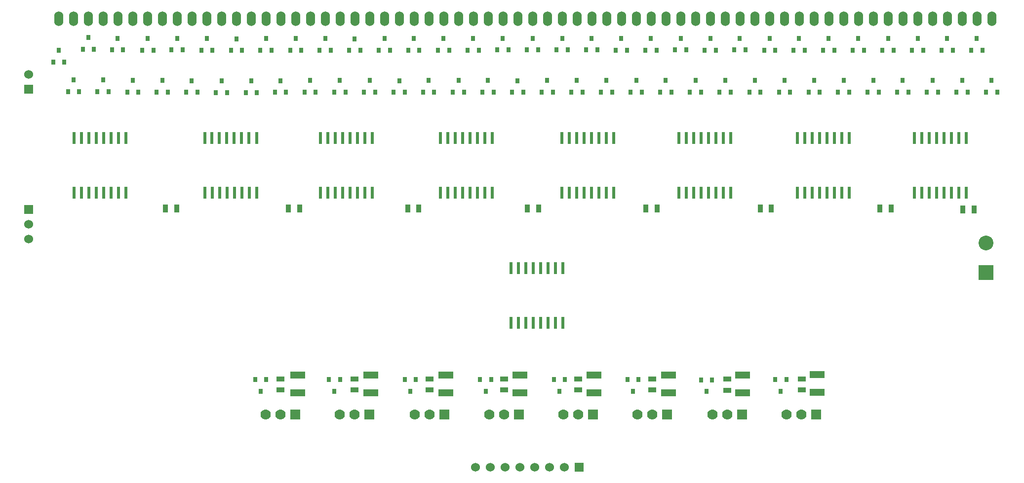
<source format=gbs>
G04 (created by PCBNEW (2013-07-07 BZR 4022)-stable) date 07/01/2016 19:49:46*
%MOIN*%
G04 Gerber Fmt 3.4, Leading zero omitted, Abs format*
%FSLAX34Y34*%
G01*
G70*
G90*
G04 APERTURE LIST*
%ADD10C,0.00590551*%
%ADD11R,0.023622X0.0787402*%
%ADD12R,0.0314961X0.0354331*%
%ADD13R,0.06X0.06*%
%ADD14C,0.06*%
%ADD15O,0.06X0.1*%
%ADD16R,0.1X0.05*%
%ADD17C,0.07*%
%ADD18R,0.07X0.07*%
%ADD19R,0.035X0.055*%
%ADD20R,0.055X0.035*%
%ADD21R,0.1X0.1*%
%ADD22C,0.1*%
G04 APERTURE END LIST*
G54D10*
G54D11*
X66588Y-41359D03*
X66092Y-41359D03*
X67088Y-41359D03*
X67588Y-41359D03*
X68088Y-41359D03*
X68588Y-41359D03*
X69088Y-41359D03*
X69592Y-41359D03*
X69592Y-45060D03*
X69092Y-45060D03*
X68592Y-45060D03*
X68092Y-45060D03*
X67592Y-45060D03*
X67092Y-45060D03*
X66592Y-45060D03*
X66092Y-45060D03*
G54D12*
X71060Y-34616D03*
X70685Y-35403D03*
X71434Y-35403D03*
X66050Y-37416D03*
X65675Y-38203D03*
X66424Y-38203D03*
X67050Y-34546D03*
X66675Y-35333D03*
X67424Y-35333D03*
X72040Y-37456D03*
X71665Y-38243D03*
X72414Y-38243D03*
X68040Y-37426D03*
X67665Y-38213D03*
X68414Y-38213D03*
X65050Y-35426D03*
X64675Y-36213D03*
X65424Y-36213D03*
X70050Y-37456D03*
X69675Y-38243D03*
X70424Y-38243D03*
X69020Y-34596D03*
X68645Y-35383D03*
X69394Y-35383D03*
G54D11*
X91308Y-41359D03*
X90812Y-41359D03*
X91808Y-41359D03*
X92308Y-41359D03*
X92808Y-41359D03*
X93308Y-41359D03*
X93808Y-41359D03*
X94312Y-41359D03*
X94312Y-45060D03*
X93812Y-45060D03*
X93312Y-45060D03*
X92812Y-45060D03*
X92312Y-45060D03*
X91812Y-45060D03*
X91312Y-45060D03*
X90812Y-45060D03*
X123328Y-41359D03*
X122832Y-41359D03*
X123828Y-41359D03*
X124328Y-41359D03*
X124828Y-41359D03*
X125328Y-41359D03*
X125828Y-41359D03*
X126332Y-41359D03*
X126332Y-45060D03*
X125832Y-45060D03*
X125332Y-45060D03*
X124832Y-45060D03*
X124332Y-45060D03*
X123832Y-45060D03*
X123332Y-45060D03*
X122832Y-45060D03*
X115418Y-41359D03*
X114922Y-41359D03*
X115918Y-41359D03*
X116418Y-41359D03*
X116918Y-41359D03*
X117418Y-41359D03*
X117918Y-41359D03*
X118422Y-41359D03*
X118422Y-45060D03*
X117922Y-45060D03*
X117422Y-45060D03*
X116922Y-45060D03*
X116422Y-45060D03*
X115922Y-45060D03*
X115422Y-45060D03*
X114922Y-45060D03*
X107428Y-41359D03*
X106932Y-41359D03*
X107928Y-41359D03*
X108428Y-41359D03*
X108928Y-41359D03*
X109428Y-41359D03*
X109928Y-41359D03*
X110432Y-41359D03*
X110432Y-45060D03*
X109932Y-45060D03*
X109432Y-45060D03*
X108932Y-45060D03*
X108432Y-45060D03*
X107932Y-45060D03*
X107432Y-45060D03*
X106932Y-45060D03*
X99528Y-41359D03*
X99032Y-41359D03*
X100028Y-41359D03*
X100528Y-41359D03*
X101028Y-41359D03*
X101528Y-41359D03*
X102028Y-41359D03*
X102532Y-41359D03*
X102532Y-45060D03*
X102032Y-45060D03*
X101532Y-45060D03*
X101032Y-45060D03*
X100532Y-45060D03*
X100032Y-45060D03*
X99532Y-45060D03*
X99032Y-45060D03*
X83228Y-41359D03*
X82732Y-41359D03*
X83728Y-41359D03*
X84228Y-41359D03*
X84728Y-41359D03*
X85228Y-41359D03*
X85728Y-41359D03*
X86232Y-41359D03*
X86232Y-45060D03*
X85732Y-45060D03*
X85232Y-45060D03*
X84732Y-45060D03*
X84232Y-45060D03*
X83732Y-45060D03*
X83232Y-45060D03*
X82732Y-45060D03*
X75398Y-41359D03*
X74902Y-41359D03*
X75898Y-41359D03*
X76398Y-41359D03*
X76898Y-41359D03*
X77398Y-41359D03*
X77898Y-41359D03*
X78402Y-41359D03*
X78402Y-45060D03*
X77902Y-45060D03*
X77402Y-45060D03*
X76902Y-45060D03*
X76402Y-45060D03*
X75902Y-45060D03*
X75402Y-45060D03*
X74902Y-45060D03*
G54D13*
X63030Y-38040D03*
G54D14*
X63030Y-37040D03*
G54D15*
X65040Y-33280D03*
X66040Y-33280D03*
X67040Y-33280D03*
X68040Y-33280D03*
X69040Y-33280D03*
X70040Y-33280D03*
X71040Y-33280D03*
X72040Y-33280D03*
X73040Y-33280D03*
X74040Y-33280D03*
X75040Y-33280D03*
X76040Y-33280D03*
X77040Y-33280D03*
X78040Y-33280D03*
X79040Y-33280D03*
X80040Y-33280D03*
X81040Y-33280D03*
X82040Y-33280D03*
X83040Y-33280D03*
X84040Y-33280D03*
X85040Y-33280D03*
X86040Y-33280D03*
X87040Y-33280D03*
X88040Y-33280D03*
X89040Y-33280D03*
X90040Y-33280D03*
X91040Y-33280D03*
X92040Y-33280D03*
X93040Y-33280D03*
X94040Y-33280D03*
X95040Y-33280D03*
X96040Y-33280D03*
X97040Y-33280D03*
X98040Y-33280D03*
X99040Y-33280D03*
X100040Y-33280D03*
X101040Y-33280D03*
X102040Y-33280D03*
X103040Y-33280D03*
X104040Y-33280D03*
X105040Y-33280D03*
X106040Y-33280D03*
X107040Y-33280D03*
X108040Y-33280D03*
X109040Y-33280D03*
X110040Y-33280D03*
X111040Y-33280D03*
X112040Y-33280D03*
X113040Y-33280D03*
X114040Y-33280D03*
X115040Y-33280D03*
X116040Y-33280D03*
X117040Y-33280D03*
X118040Y-33280D03*
X119040Y-33280D03*
X120040Y-33280D03*
X121040Y-33280D03*
X122040Y-33280D03*
X123040Y-33280D03*
X124040Y-33280D03*
X125040Y-33280D03*
X126040Y-33280D03*
X127040Y-33280D03*
X128040Y-33280D03*
G54D12*
X73040Y-34606D03*
X72665Y-35393D03*
X73414Y-35393D03*
X80020Y-37466D03*
X79645Y-38253D03*
X80394Y-38253D03*
X79040Y-34626D03*
X78665Y-35413D03*
X79414Y-35413D03*
X78050Y-37476D03*
X77675Y-38263D03*
X78424Y-38263D03*
X77050Y-34636D03*
X76675Y-35423D03*
X77424Y-35423D03*
X76040Y-37486D03*
X75665Y-38273D03*
X76414Y-38273D03*
X75050Y-34616D03*
X74675Y-35403D03*
X75424Y-35403D03*
X74030Y-37466D03*
X73655Y-38253D03*
X74404Y-38253D03*
X81050Y-34626D03*
X80675Y-35413D03*
X81424Y-35413D03*
X88040Y-37466D03*
X87665Y-38253D03*
X88414Y-38253D03*
X87040Y-34626D03*
X86665Y-35413D03*
X87414Y-35413D03*
X86040Y-37456D03*
X85665Y-38243D03*
X86414Y-38243D03*
X85030Y-34636D03*
X84655Y-35423D03*
X85404Y-35423D03*
X84030Y-37456D03*
X83655Y-38243D03*
X84404Y-38243D03*
X83040Y-34626D03*
X82665Y-35413D03*
X83414Y-35413D03*
X82020Y-37456D03*
X81645Y-38243D03*
X82394Y-38243D03*
X89020Y-34626D03*
X88645Y-35413D03*
X89394Y-35413D03*
X96030Y-37466D03*
X95655Y-38253D03*
X96404Y-38253D03*
X95030Y-34606D03*
X94655Y-35393D03*
X95404Y-35393D03*
X94030Y-37446D03*
X93655Y-38233D03*
X94404Y-38233D03*
X93030Y-34616D03*
X92655Y-35403D03*
X93404Y-35403D03*
X92040Y-37446D03*
X91665Y-38233D03*
X92414Y-38233D03*
X91030Y-34616D03*
X90655Y-35403D03*
X91404Y-35403D03*
X90020Y-37456D03*
X89645Y-38243D03*
X90394Y-38243D03*
X97040Y-34606D03*
X96665Y-35393D03*
X97414Y-35393D03*
X104040Y-37456D03*
X103665Y-38243D03*
X104414Y-38243D03*
X103030Y-34616D03*
X102655Y-35403D03*
X103404Y-35403D03*
X102030Y-37456D03*
X101655Y-38243D03*
X102404Y-38243D03*
X101030Y-34606D03*
X100655Y-35393D03*
X101404Y-35393D03*
X100030Y-37456D03*
X99655Y-38243D03*
X100404Y-38243D03*
X99040Y-34606D03*
X98665Y-35393D03*
X99414Y-35393D03*
X98030Y-37456D03*
X97655Y-38243D03*
X98404Y-38243D03*
X105030Y-34616D03*
X104655Y-35403D03*
X105404Y-35403D03*
X112050Y-37456D03*
X111675Y-38243D03*
X112424Y-38243D03*
X111030Y-34606D03*
X110655Y-35393D03*
X111404Y-35393D03*
X110040Y-37446D03*
X109665Y-38233D03*
X110414Y-38233D03*
X109040Y-34616D03*
X108665Y-35403D03*
X109414Y-35403D03*
X108040Y-37456D03*
X107665Y-38243D03*
X108414Y-38243D03*
X107040Y-34606D03*
X106665Y-35393D03*
X107414Y-35393D03*
X106030Y-37456D03*
X105655Y-38243D03*
X106404Y-38243D03*
X113050Y-34616D03*
X112675Y-35403D03*
X113424Y-35403D03*
X120040Y-37456D03*
X119665Y-38243D03*
X120414Y-38243D03*
X119030Y-34616D03*
X118655Y-35403D03*
X119404Y-35403D03*
X118040Y-37456D03*
X117665Y-38243D03*
X118414Y-38243D03*
X117030Y-34616D03*
X116655Y-35403D03*
X117404Y-35403D03*
X116050Y-37456D03*
X115675Y-38243D03*
X116424Y-38243D03*
X115030Y-34616D03*
X114655Y-35403D03*
X115404Y-35403D03*
X114050Y-37456D03*
X113675Y-38243D03*
X114424Y-38243D03*
X121040Y-34616D03*
X120665Y-35403D03*
X121414Y-35403D03*
X128030Y-37456D03*
X127655Y-38243D03*
X128404Y-38243D03*
X127030Y-34616D03*
X126655Y-35403D03*
X127404Y-35403D03*
X126040Y-37456D03*
X125665Y-38243D03*
X126414Y-38243D03*
X125030Y-34616D03*
X124655Y-35403D03*
X125404Y-35403D03*
X124040Y-37456D03*
X123665Y-38243D03*
X124414Y-38243D03*
X123040Y-34616D03*
X122665Y-35403D03*
X123414Y-35403D03*
X122030Y-37456D03*
X121655Y-38243D03*
X122404Y-38243D03*
G54D13*
X63030Y-46190D03*
G54D14*
X63030Y-47190D03*
X63030Y-48190D03*
G54D12*
X83660Y-58463D03*
X84034Y-57676D03*
X83285Y-57676D03*
X103810Y-58463D03*
X104184Y-57676D03*
X103435Y-57676D03*
X98850Y-58463D03*
X99224Y-57676D03*
X98475Y-57676D03*
X108780Y-58483D03*
X109154Y-57696D03*
X108405Y-57696D03*
X78680Y-58463D03*
X79054Y-57676D03*
X78305Y-57676D03*
X113800Y-58463D03*
X114174Y-57676D03*
X113425Y-57676D03*
X93870Y-58463D03*
X94244Y-57676D03*
X93495Y-57676D03*
X88790Y-58463D03*
X89164Y-57676D03*
X88415Y-57676D03*
G54D11*
X98591Y-53830D03*
X99087Y-53830D03*
X98091Y-53830D03*
X97591Y-53830D03*
X97091Y-53830D03*
X96591Y-53830D03*
X96091Y-53830D03*
X95587Y-53830D03*
X95587Y-50129D03*
X96087Y-50129D03*
X96587Y-50129D03*
X97087Y-50129D03*
X97587Y-50129D03*
X98087Y-50129D03*
X98587Y-50129D03*
X99087Y-50129D03*
G54D16*
X91170Y-58570D03*
X91170Y-57370D03*
X101170Y-58570D03*
X101170Y-57370D03*
X106230Y-58590D03*
X106230Y-57390D03*
X96200Y-58570D03*
X96200Y-57370D03*
X111210Y-58590D03*
X111210Y-57390D03*
X86130Y-58570D03*
X86130Y-57370D03*
X116260Y-58560D03*
X116260Y-57360D03*
X81180Y-58570D03*
X81180Y-57370D03*
G54D13*
X100170Y-63600D03*
G54D14*
X99170Y-63600D03*
X98170Y-63600D03*
X97170Y-63600D03*
X96170Y-63600D03*
X95170Y-63600D03*
X94170Y-63600D03*
X93170Y-63600D03*
G54D17*
X89070Y-60050D03*
X90070Y-60050D03*
G54D18*
X91070Y-60050D03*
G54D17*
X114190Y-60050D03*
X115190Y-60050D03*
G54D18*
X116190Y-60050D03*
G54D17*
X99110Y-60050D03*
X100110Y-60050D03*
G54D18*
X101110Y-60050D03*
G54D17*
X84030Y-60050D03*
X85030Y-60050D03*
G54D18*
X86030Y-60050D03*
G54D17*
X109170Y-60060D03*
X110170Y-60060D03*
G54D18*
X111170Y-60060D03*
G54D17*
X79010Y-60050D03*
X80010Y-60050D03*
G54D18*
X81010Y-60050D03*
G54D17*
X94110Y-60050D03*
X95110Y-60050D03*
G54D18*
X96110Y-60050D03*
G54D17*
X104130Y-60050D03*
X105130Y-60050D03*
G54D18*
X106130Y-60050D03*
G54D19*
X126845Y-46180D03*
X126095Y-46180D03*
X73005Y-46110D03*
X72255Y-46110D03*
X81305Y-46110D03*
X80555Y-46110D03*
X89355Y-46110D03*
X88605Y-46110D03*
X97445Y-46110D03*
X96695Y-46110D03*
X105445Y-46110D03*
X104695Y-46110D03*
X113155Y-46110D03*
X112405Y-46110D03*
X121235Y-46110D03*
X120485Y-46110D03*
G54D20*
X85030Y-57635D03*
X85030Y-58385D03*
X80010Y-57635D03*
X80010Y-58385D03*
X90070Y-57635D03*
X90070Y-58385D03*
X115210Y-57635D03*
X115210Y-58385D03*
X110170Y-57655D03*
X110170Y-58405D03*
X105130Y-57635D03*
X105130Y-58385D03*
X100110Y-57635D03*
X100110Y-58385D03*
X95120Y-57635D03*
X95120Y-58385D03*
G54D21*
X127650Y-50460D03*
G54D22*
X127650Y-48460D03*
M02*

</source>
